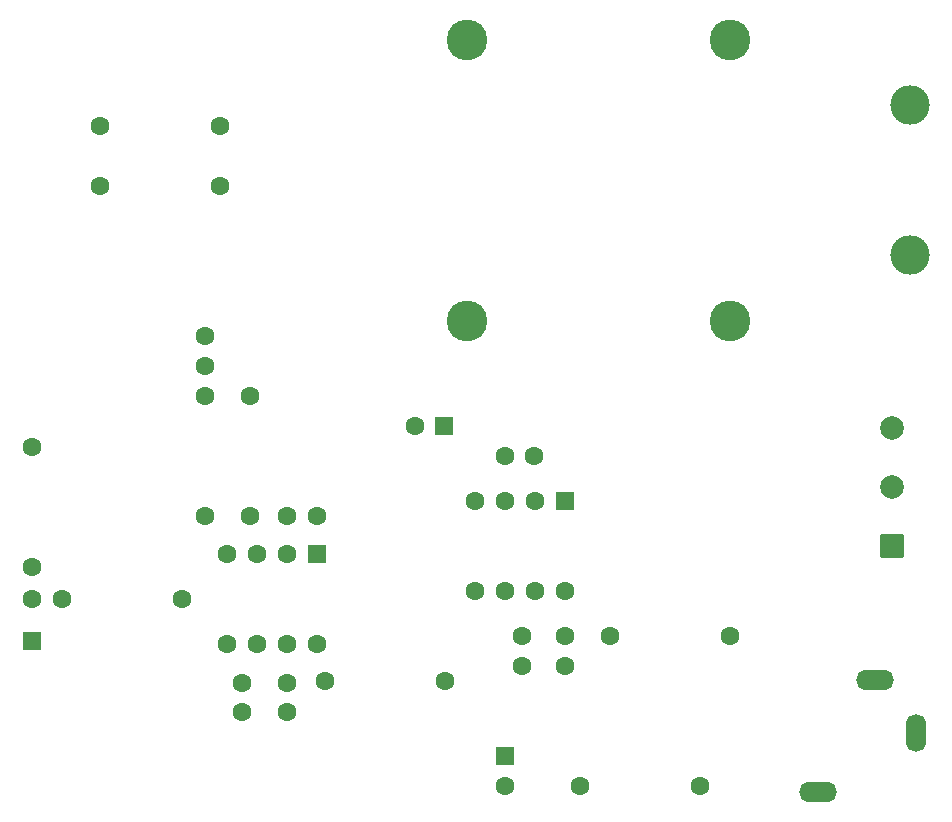
<source format=gts>
%TF.GenerationSoftware,KiCad,Pcbnew,9.0.6*%
%TF.CreationDate,2025-11-25T23:04:22-05:00*%
%TF.ProjectId,jli2555-tin-can,6a6c6932-3535-4352-9d74-696e2d63616e,1.0*%
%TF.SameCoordinates,Original*%
%TF.FileFunction,Soldermask,Top*%
%TF.FilePolarity,Negative*%
%FSLAX46Y46*%
G04 Gerber Fmt 4.6, Leading zero omitted, Abs format (unit mm)*
G04 Created by KiCad (PCBNEW 9.0.6) date 2025-11-25 23:04:22*
%MOMM*%
%LPD*%
G01*
G04 APERTURE LIST*
G04 Aperture macros list*
%AMRoundRect*
0 Rectangle with rounded corners*
0 $1 Rounding radius*
0 $2 $3 $4 $5 $6 $7 $8 $9 X,Y pos of 4 corners*
0 Add a 4 corners polygon primitive as box body*
4,1,4,$2,$3,$4,$5,$6,$7,$8,$9,$2,$3,0*
0 Add four circle primitives for the rounded corners*
1,1,$1+$1,$2,$3*
1,1,$1+$1,$4,$5*
1,1,$1+$1,$6,$7*
1,1,$1+$1,$8,$9*
0 Add four rect primitives between the rounded corners*
20,1,$1+$1,$2,$3,$4,$5,0*
20,1,$1+$1,$4,$5,$6,$7,0*
20,1,$1+$1,$6,$7,$8,$9,0*
20,1,$1+$1,$8,$9,$2,$3,0*%
G04 Aperture macros list end*
%ADD10C,1.600000*%
%ADD11RoundRect,0.250000X-0.550000X0.550000X-0.550000X-0.550000X0.550000X-0.550000X0.550000X0.550000X0*%
%ADD12RoundRect,0.250000X0.550000X0.550000X-0.550000X0.550000X-0.550000X-0.550000X0.550000X-0.550000X0*%
%ADD13RoundRect,0.250000X0.550000X-0.550000X0.550000X0.550000X-0.550000X0.550000X-0.550000X-0.550000X0*%
%ADD14RoundRect,0.102000X0.900000X-0.900000X0.900000X0.900000X-0.900000X0.900000X-0.900000X-0.900000X0*%
%ADD15C,2.004000*%
%ADD16O,1.712000X3.220000*%
%ADD17O,3.220000X1.712000*%
%ADD18C,3.450000*%
%ADD19C,3.330000*%
G04 APERTURE END LIST*
D10*
%TO.C,R7*%
X27940000Y-31750000D03*
X38100000Y-31750000D03*
%TD*%
D11*
%TO.C,U2*%
X67310000Y-58420000D03*
D10*
X64770000Y-58420000D03*
X62230000Y-58420000D03*
X59690000Y-58420000D03*
X59690000Y-66040000D03*
X62230000Y-66040000D03*
X64770000Y-66040000D03*
X67310000Y-66040000D03*
%TD*%
D12*
%TO.C,C4*%
X57110000Y-52070000D03*
D10*
X54610000Y-52070000D03*
%TD*%
D11*
%TO.C,C3*%
X62230000Y-80050000D03*
D10*
X62230000Y-82550000D03*
%TD*%
D11*
%TO.C,U1*%
X46355000Y-62865000D03*
D10*
X43815000Y-62865000D03*
X41275000Y-62865000D03*
X38735000Y-62865000D03*
X38735000Y-70485000D03*
X41275000Y-70485000D03*
X43815000Y-70485000D03*
X46355000Y-70485000D03*
%TD*%
%TO.C,C1*%
X43815000Y-59690000D03*
X46315000Y-59690000D03*
%TD*%
%TO.C,C7*%
X40005000Y-76295000D03*
X40005000Y-73795000D03*
%TD*%
D13*
%TO.C,MK1*%
X22225000Y-70275000D03*
D10*
X22225000Y-66675000D03*
%TD*%
%TO.C,C9*%
X63670000Y-72390000D03*
X63670000Y-69890000D03*
%TD*%
%TO.C,R1*%
X22225000Y-64025000D03*
X22225000Y-53865000D03*
%TD*%
%TO.C,C2*%
X36830000Y-44450000D03*
X36830000Y-46950000D03*
%TD*%
%TO.C,R9*%
X71120000Y-69850000D03*
X81280000Y-69850000D03*
%TD*%
%TO.C,C8*%
X67310000Y-72390000D03*
X67310000Y-69890000D03*
%TD*%
D14*
%TO.C,POT1*%
X95000000Y-62230000D03*
D15*
X95000000Y-57230000D03*
X95000000Y-52230000D03*
%TD*%
D10*
%TO.C,R4*%
X36830000Y-59690000D03*
X36830000Y-49530000D03*
%TD*%
%TO.C,R5*%
X68580000Y-82550000D03*
X78740000Y-82550000D03*
%TD*%
%TO.C,R2*%
X24765000Y-66675000D03*
X34925000Y-66675000D03*
%TD*%
D16*
%TO.C,J1*%
X97085000Y-78082500D03*
D17*
X93585000Y-73582500D03*
X88785000Y-83082500D03*
%TD*%
D10*
%TO.C,R8*%
X46990000Y-73660000D03*
X57150000Y-73660000D03*
%TD*%
%TO.C,R6*%
X38100000Y-26670000D03*
X27940000Y-26670000D03*
%TD*%
%TO.C,C6*%
X43815000Y-76295000D03*
X43815000Y-73795000D03*
%TD*%
%TO.C,R3*%
X40640000Y-59690000D03*
X40640000Y-49530000D03*
%TD*%
%TO.C,C5*%
X64730000Y-54610000D03*
X62230000Y-54610000D03*
%TD*%
D18*
%TO.C,BT2*%
X81280000Y-43180000D03*
X81280000Y-19350000D03*
X59050000Y-43180000D03*
X59050000Y-19350000D03*
D19*
X96520000Y-37615000D03*
X96520000Y-24915000D03*
%TD*%
M02*

</source>
